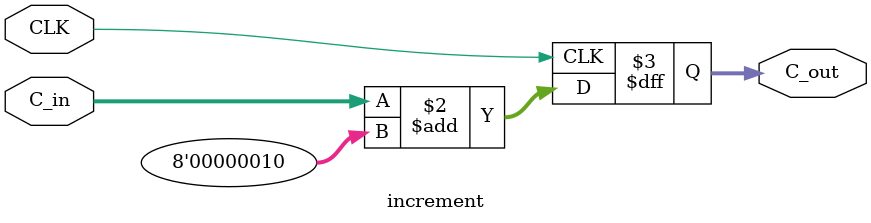
<source format=v>
module increment (CLK, C_in, C_out);

input [7:0] C_in;
input CLK;

output [7:0] C_out;

reg [7:0] C_out;

always @ (posedge CLK)begin
		C_out = C_in + 8'd2;
end
endmodule


</source>
